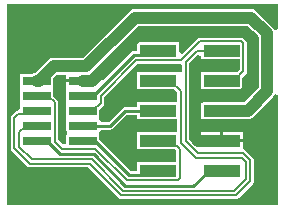
<source format=gtl>
G04*
G04 #@! TF.GenerationSoftware,Altium Limited,CircuitStudio,1.5.2 (30)*
G04*
G04 Layer_Physical_Order=1*
G04 Layer_Color=255*
%FSLAX24Y24*%
%MOIN*%
G70*
G01*
G75*
%ADD10R,0.0945X0.0295*%
%ADD11R,0.1220X0.0394*%
%ADD12C,0.0079*%
%ADD13C,0.0394*%
%ADD14C,0.0100*%
%ADD15C,0.0276*%
G36*
X4547Y3071D02*
X5884D01*
Y2622D01*
X4547D01*
Y2071D01*
X5790D01*
X5844Y2017D01*
Y1622D01*
X4547D01*
Y1331D01*
X4327D01*
X3287Y2371D01*
Y2573D01*
X3287D01*
Y2597D01*
X3343Y2715D01*
X3654D01*
X3704Y2725D01*
X3746Y2754D01*
X4208Y3215D01*
X4547D01*
Y3071D01*
D02*
G37*
G36*
X2164Y4396D02*
X2736D01*
Y4296D01*
X2164D01*
Y4099D01*
X2164Y4099D01*
X2164Y4099D01*
X2164Y4099D01*
X2185Y3990D01*
Y3620D01*
X2185Y3620D01*
Y3620D01*
Y3573D01*
X2185D01*
X2185Y3502D01*
Y3120D01*
X2185D01*
Y3073D01*
X2185D01*
Y2620D01*
X2185D01*
Y2573D01*
X2185D01*
Y2244D01*
X2067Y2219D01*
X1922Y2364D01*
Y3622D01*
X1922Y3622D01*
X1912Y3668D01*
X1886Y3707D01*
X1886Y3707D01*
X1752Y3842D01*
Y4073D01*
X1752Y4073D01*
Y4073D01*
Y4120D01*
X1752D01*
X1752Y4191D01*
Y4420D01*
X1873Y4541D01*
X2164D01*
Y4396D01*
D02*
G37*
G36*
X9248Y6054D02*
X9130Y6030D01*
X9119Y6057D01*
X9075Y6115D01*
X8544Y6645D01*
X8486Y6690D01*
X8419Y6717D01*
X8348Y6727D01*
X4474D01*
X4402Y6717D01*
X4335Y6690D01*
X4277Y6645D01*
X2729Y5097D01*
X1758D01*
X1686Y5087D01*
X1619Y5060D01*
X1561Y5015D01*
X1166Y4620D01*
X1129Y4615D01*
X1062Y4587D01*
X1043Y4573D01*
X650D01*
Y4191D01*
X650Y4120D01*
X650Y4120D01*
Y4073D01*
X650D01*
X650Y4073D01*
Y3691D01*
X650Y3620D01*
X650Y3620D01*
Y3573D01*
X650D01*
X650Y3573D01*
Y3445D01*
X583Y3359D01*
X537Y3349D01*
X498Y3323D01*
X368Y3193D01*
X342Y3154D01*
X332Y3108D01*
X332Y3108D01*
Y2085D01*
X332Y2085D01*
X342Y2039D01*
X368Y2000D01*
X878Y1489D01*
X917Y1463D01*
X963Y1454D01*
X2913D01*
X3935Y431D01*
X3974Y405D01*
X4020Y396D01*
X4020Y396D01*
X7839D01*
X7839Y396D01*
X7885Y405D01*
X7925Y431D01*
X8402Y909D01*
X8402Y909D01*
X8418Y932D01*
X8428Y948D01*
X8437Y994D01*
Y1693D01*
X8437Y1693D01*
X8428Y1739D01*
X8402Y1778D01*
X8176Y2004D01*
X8173Y2006D01*
X8137Y2031D01*
X8080Y2109D01*
X8072Y2155D01*
Y2158D01*
Y2296D01*
X7362D01*
X6652D01*
Y2176D01*
X6534Y2127D01*
X6282Y2379D01*
Y4924D01*
X6555Y5198D01*
X6673Y5157D01*
Y5071D01*
X7970D01*
Y4705D01*
X7887Y4622D01*
X6673D01*
Y4071D01*
X8051D01*
Y4446D01*
X8176Y4570D01*
X8176Y4570D01*
X8202Y4609D01*
X8211Y4656D01*
X8211Y4656D01*
Y5592D01*
X8202Y5638D01*
X8191Y5654D01*
X8176Y5677D01*
X8176Y5677D01*
X8107Y5747D01*
X8067Y5773D01*
X8021Y5782D01*
X8021Y5782D01*
X6626D01*
X6580Y5773D01*
X6541Y5747D01*
X6541Y5747D01*
X6043Y5249D01*
X5925Y5298D01*
Y5622D01*
X4547D01*
Y5331D01*
X4442D01*
X4392Y5321D01*
X4349Y5292D01*
X3418Y4361D01*
X3309Y4406D01*
Y4594D01*
X3179D01*
X3130Y4712D01*
X4589Y6171D01*
X8232D01*
X8600Y5803D01*
Y4112D01*
X8112Y3624D01*
X7362D01*
X7344Y3622D01*
X6673D01*
Y3071D01*
X7344D01*
X7362Y3068D01*
X8227D01*
X8299Y3078D01*
X8366Y3106D01*
X8424Y3150D01*
X9075Y3801D01*
X9119Y3858D01*
X9130Y3886D01*
X9248Y3862D01*
Y201D01*
X201D01*
Y6886D01*
X9248D01*
Y6054D01*
D02*
G37*
G36*
X5996Y4911D02*
X6041Y4874D01*
Y4628D01*
X5925Y4622D01*
Y4622D01*
X4547D01*
Y4071D01*
X5759D01*
X5884Y3946D01*
Y3622D01*
X4547D01*
Y3478D01*
X4154D01*
X4103Y3468D01*
X4061Y3439D01*
X3599Y2978D01*
X3343D01*
X3287Y3073D01*
Y3120D01*
X3287D01*
Y3383D01*
X3412Y3507D01*
X3438Y3546D01*
X3447Y3593D01*
X3447Y3593D01*
Y3797D01*
X4561Y4911D01*
X5996D01*
X5996Y4911D01*
D02*
G37*
%LPC*%
G36*
X8072Y2643D02*
X7412D01*
Y2396D01*
X8072D01*
Y2643D01*
D02*
G37*
G36*
X7312D02*
X6652D01*
Y2396D01*
X7312D01*
Y2643D01*
D02*
G37*
%LPD*%
D10*
X2736Y2346D02*
D03*
Y2846D02*
D03*
X1201Y2346D02*
D03*
Y2846D02*
D03*
Y4346D02*
D03*
X2736D02*
D03*
X1201Y3846D02*
D03*
Y3346D02*
D03*
X2736Y3846D02*
D03*
Y3346D02*
D03*
D11*
X5236Y5346D02*
D03*
Y4346D02*
D03*
X7362Y5346D02*
D03*
Y4346D02*
D03*
Y1346D02*
D03*
X5236D02*
D03*
X7362Y2346D02*
D03*
X5236D02*
D03*
X7362Y3346D02*
D03*
X5236D02*
D03*
D12*
X2035Y2081D02*
X3154D01*
X1801Y2315D02*
X2035Y2081D01*
X1801Y2315D02*
Y3622D01*
X1577Y3846D02*
X1801Y3622D01*
X6161Y2329D02*
X6571Y1919D01*
X6004Y2264D02*
X6506Y1762D01*
X5965Y1101D02*
Y2067D01*
X5685Y2346D02*
X5965Y2067D01*
X6161Y2329D02*
Y4974D01*
X6571Y1919D02*
X8091D01*
X6004Y2264D02*
Y3996D01*
X6506Y1762D02*
X8025D01*
X3327Y3593D02*
Y3847D01*
X3091Y3356D02*
X3327Y3593D01*
X2815Y3356D02*
X3091D01*
X2736Y3435D02*
X2815Y3356D01*
X3327Y3847D02*
X4511Y5031D01*
X5996D01*
X2736Y3346D02*
Y3435D01*
X6534Y5346D02*
X7362D01*
X6161Y4974D02*
X6534Y5346D01*
X5996Y5031D02*
X6626Y5661D01*
X5654Y4346D02*
X6004Y3996D01*
X5236Y4346D02*
X5654D01*
X5236Y2346D02*
X5685D01*
X5895Y1032D02*
X5965Y1101D01*
X4203Y1032D02*
X5895D01*
X8159Y1059D02*
Y1628D01*
X8025Y1762D02*
X8159Y1628D01*
X8317Y994D02*
Y1693D01*
X8091Y1919D02*
X8317Y1693D01*
X7774Y674D02*
X8159Y1059D01*
X4085Y674D02*
X7774D01*
X7839Y517D02*
X8317Y994D01*
X4020Y517D02*
X7839D01*
X2962Y1574D02*
X4020Y517D01*
X963Y1574D02*
X2962D01*
X453Y2085D02*
X963Y1574D01*
X453Y3108D02*
X583Y3238D01*
X758D01*
X866Y3346D01*
X1201D01*
X453Y2085D02*
Y3108D01*
X829Y2846D02*
X1201D01*
X610Y2628D02*
X829Y2846D01*
X610Y2150D02*
Y2628D01*
Y2150D02*
X1029Y1732D01*
X3028D01*
X4085Y674D01*
X3154Y2081D02*
X4203Y1032D01*
X1201Y3846D02*
X1577D01*
X8091Y4656D02*
Y5592D01*
X8021Y5661D02*
X8091Y5592D01*
X6626Y5661D02*
X8021D01*
X7782Y4346D02*
X8091Y4656D01*
X7362Y4346D02*
X7782D01*
D13*
X1758Y4819D02*
X2844D01*
X1285Y4346D02*
X1758Y4819D01*
X1201Y4346D02*
X1285D01*
X6591Y2346D02*
X7362D01*
X6476Y2461D02*
X6591Y2346D01*
X6476Y2461D02*
Y3657D01*
X3039Y4346D02*
X4669Y5976D01*
X2736Y4346D02*
X3039D01*
X4669Y5976D02*
X8152D01*
X2844Y4819D02*
X4474Y6449D01*
X8348D01*
X8227Y3346D02*
X8878Y3997D01*
X8152Y5976D02*
X8406Y5723D01*
Y4193D02*
Y5723D01*
X8087Y3874D02*
X8406Y4193D01*
X8087Y3874D02*
X8087D01*
X8878Y3997D02*
Y5918D01*
X8348Y6449D02*
X8878Y5918D01*
X8051Y3839D02*
X8087Y3874D01*
X7362Y3346D02*
X8227D01*
X6658Y3839D02*
X8051D01*
X6476Y3657D02*
X6658Y3839D01*
D14*
X6927Y1346D02*
X7362D01*
X6423Y842D02*
X6927Y1346D01*
X4155Y842D02*
X6423D01*
X2756Y3866D02*
X3069D01*
X2736Y3846D02*
X2756Y3866D01*
X3069D02*
X3089Y3846D01*
X4442Y5200D02*
X5089D01*
X3089Y3846D02*
X4442Y5200D01*
X5089D02*
X5236Y5346D01*
X3097Y1900D02*
X4155Y842D01*
X1978Y1900D02*
X3097D01*
X1532Y2346D02*
X1978Y1900D01*
X4273Y1200D02*
X5089D01*
X3097Y2375D02*
X4273Y1200D01*
X2765Y2375D02*
X3097D01*
X4154Y3346D02*
X5236D01*
X3654Y2846D02*
X4154Y3346D01*
X2736Y2846D02*
X3654D01*
X5089Y1200D02*
X5236Y1346D01*
X2736Y2346D02*
X2765Y2375D01*
X1201Y2346D02*
X1532D01*
D15*
X2047Y3738D02*
D03*
X1969Y4390D02*
D03*
X2067Y2598D02*
D03*
X7165Y6024D02*
D03*
X5531D02*
D03*
X6073Y5502D02*
D03*
X3435Y3120D02*
D03*
X4783Y3848D02*
D03*
X5719D02*
D03*
X4636Y4764D02*
D03*
X5896D02*
D03*
X4006Y1880D02*
D03*
X4390Y3061D02*
D03*
X5728Y2835D02*
D03*
X3465Y2480D02*
D03*
X4646Y1850D02*
D03*
X8583Y1624D02*
D03*
X9055Y1073D02*
D03*
X9104Y3632D02*
D03*
X8268Y2835D02*
D03*
X7352Y2874D02*
D03*
X6467Y2520D02*
D03*
X6457Y3839D02*
D03*
X6467Y4823D02*
D03*
X7756D02*
D03*
X8238Y4016D02*
D03*
X8376Y4882D02*
D03*
X8268Y5827D02*
D03*
X4400Y5689D02*
D03*
X3474Y4734D02*
D03*
X2657Y5246D02*
D03*
X9055Y2756D02*
D03*
Y1969D02*
D03*
X8268Y394D02*
D03*
X3543D02*
D03*
X1181D02*
D03*
X1969D02*
D03*
X2756D02*
D03*
Y1181D02*
D03*
X1969D02*
D03*
X1181D02*
D03*
X394D02*
D03*
Y3543D02*
D03*
Y4331D02*
D03*
X1181Y5118D02*
D03*
X394D02*
D03*
Y5906D02*
D03*
X1181D02*
D03*
X1969D02*
D03*
X2756D02*
D03*
X3543Y6693D02*
D03*
X2756D02*
D03*
X1969D02*
D03*
X1181D02*
D03*
X5669Y1850D02*
D03*
X3976Y3819D02*
D03*
X9055Y394D02*
D03*
Y6693D02*
D03*
X394D02*
D03*
Y394D02*
D03*
M02*

</source>
